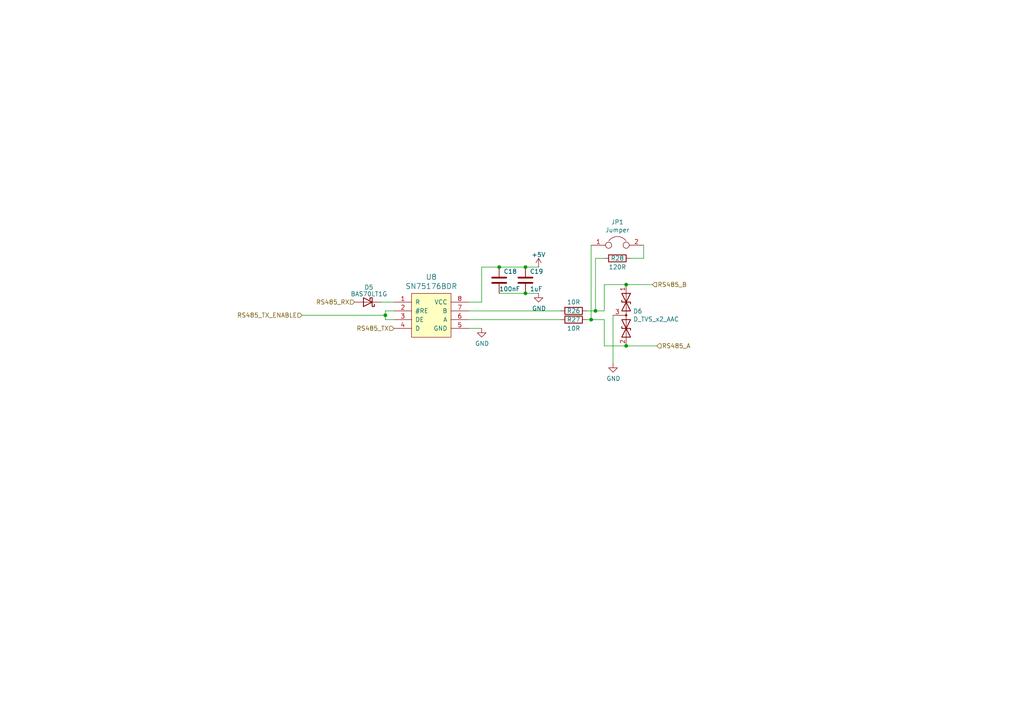
<source format=kicad_sch>
(kicad_sch (version 20231120) (generator "eeschema") (generator_version "8.0")
  (paper "A4")
  (lib_symbols
    (symbol "Communication:SN65HVD78" (pin_names (offset 1.016))
      (property "Reference" "U" (at 0 10.16 0))
      (property "Value" "Communication_SN65HVD78" (at 0 -5.08 0))
      (symbol "SN65HVD78_0_1"
        (rectangle (start -6.35 8.89) (end 5.08 -3.81) (fill (type background)))
      )
      (symbol "SN65HVD78_1_1"
        (pin output line (at -11.43 6.35 0) (length 5.08) (name "R") (number "1"))
        (pin input line (at -11.43 3.81 0) (length 5.08) (name "#RE") (number "2"))
        (pin input line (at -11.43 1.27 0) (length 5.08) (name "DE") (number "3"))
        (pin input line (at -11.43 -1.27 0) (length 5.08) (name "D") (number "4"))
        (pin input line (at 10.16 -1.27 180) (length 5.08) (name "GND") (number "5"))
        (pin input line (at 10.16 1.27 180) (length 5.08) (name "A") (number "6"))
        (pin input line (at 10.16 3.81 180) (length 5.08) (name "B") (number "7"))
        (pin input line (at 10.16 6.35 180) (length 5.08) (name "VCC") (number "8"))
      )
    )
    (symbol "Device:C" (pin_numbers hide) (pin_names (offset 0.254))
      (property "Reference" "C" (at 0.635 2.54 0))
      (property "Value" "C" (at 0.635 -2.54 0))
      (symbol "C_0_1"
        (polyline (pts (xy -2.032 -0.762) (xy 2.032 -0.762)) (stroke (width 0.508)))
        (polyline (pts (xy -2.032 0.762) (xy 2.032 0.762)) (stroke (width 0.508)))
      )
      (symbol "C_1_1"
        (pin passive line (at 0 3.81 270) (length 2.794) (name "~") (number "1"))
        (pin passive line (at 0 -3.81 90) (length 2.794) (name "~") (number "2"))
      )
    )
    (symbol "Device:D_TVS_x2_AAC" (pin_names (offset 1.016) hide)
      (property "Reference" "D" (at 0 4.445 0))
      (property "Value" "Device_D_TVS_x2_AAC" (at 0 2.54 0))
      (symbol "D_TVS_x2_AAC_0_0"
        (polyline (pts (xy 0 -1.27) (xy 0 0)))
      )
      (symbol "D_TVS_x2_AAC_0_1"
        (polyline (pts (xy -6.35 0) (xy 6.35 0)))
        (polyline (pts (xy -3.302 1.27) (xy -3.81 1.27) (xy -3.81 -1.27) (xy -4.318 -1.27)) (stroke (width 0.254)))
        (polyline (pts (xy 4.318 1.27) (xy 3.81 1.27) (xy 3.81 -1.27) (xy 3.302 -1.27)) (stroke (width 0.254)))
        (polyline (pts (xy -6.35 1.27) (xy -1.27 -1.27) (xy -1.27 1.27) (xy -6.35 -1.27) (xy -6.35 1.27)) (stroke (width 0.254)))
        (polyline (pts (xy 6.35 1.27) (xy 1.27 -1.27) (xy 1.27 1.27) (xy 6.35 -1.27) (xy 6.35 1.27)) (stroke (width 0.254)))
        (circle (center 0 0) (radius 0.254) (fill (type outline)))
      )
      (symbol "D_TVS_x2_AAC_1_1"
        (pin passive line (at -8.89 0 0) (length 2.54) (name "A1") (number "1"))
        (pin passive line (at 8.89 0 180) (length 2.54) (name "A2") (number "2"))
        (pin input line (at 0 -3.81 90) (length 2.54) (name "common") (number "3"))
      )
    )
    (symbol "Device:Jumper" (pin_names (offset 0.762) hide)
      (property "Reference" "JP" (at 0 3.81 0))
      (property "Value" "Device_Jumper" (at 0 -2.032 0))
      (symbol "Jumper_0_1"
        (circle (center -2.54 0) (radius 0.889))
        (arc (start 2.5146 1.27) (mid 0.0078 2.5097) (end -2.4892 1.27))
        (circle (center 2.54 0) (radius 0.889))
        (pin passive line (at -7.62 0 0) (length 4.191) (name "1") (number "1"))
        (pin passive line (at 7.62 0 180) (length 4.191) (name "2") (number "2"))
      )
    )
    (symbol "Device:R" (pin_numbers hide) (pin_names (offset 0))
      (property "Reference" "R" (at 2.032 0 90))
      (property "Value" "R" (at 0 0 90))
      (symbol "R_0_1"
        (rectangle (start -1.016 -2.54) (end 1.016 2.54) (stroke (width 0.254)))
      )
      (symbol "R_1_1"
        (pin passive line (at 0 3.81 270) (length 1.27) (name "~") (number "1"))
        (pin passive line (at 0 -3.81 90) (length 1.27) (name "~") (number "2"))
      )
    )
    (symbol "Diode:BAT41" (pin_numbers hide) (pin_names (offset 1.016) hide)
      (property "Reference" "D" (at 0 2.54 0))
      (property "Value" "BAT41" (at 0 -2.54 0))
      (symbol "BAT41_0_1"
        (polyline (pts (xy 1.27 0) (xy -1.27 0)))
        (polyline (pts (xy 1.27 1.27) (xy 1.27 -1.27) (xy -1.27 0) (xy 1.27 1.27)) (stroke (width 0.254)))
        (polyline (pts (xy -1.905 0.635) (xy -1.905 1.27) (xy -1.27 1.27) (xy -1.27 -1.27) (xy -0.635 -1.27) (xy -0.635 -0.635)) (stroke (width 0.254)))
      )
      (symbol "BAT41_1_1"
        (pin passive line (at -3.81 0 0) (length 2.54) (name "K") (number "1"))
        (pin passive line (at 3.81 0 180) (length 2.54) (name "A") (number "2"))
      )
    )
    (symbol "power:+5V" (power) (pin_names (offset 0))
      (property "Value" "+5V" (at 0 3.556 0))
      (symbol "+5V_0_1"
        (polyline (pts (xy -0.762 1.27) (xy 0 2.54)))
        (polyline (pts (xy 0 0) (xy 0 2.54)))
        (polyline (pts (xy 0 2.54) (xy 0.762 1.27)))
      )
      (symbol "+5V_1_1"
        (pin power_in line (at 0 0 90) (length 0) hide (name "+5V") (number "1"))
      )
    )
    (symbol "power:GND" (power) (pin_names (offset 0))
      (property "Value" "GND" (at 0 -3.81 0))
      (symbol "GND_0_1"
        (polyline (pts (xy 0 0) (xy 0 -1.27) (xy 1.27 -1.27) (xy 0 -2.54) (xy -1.27 -1.27) (xy 0 -1.27)))
      )
      (symbol "GND_1_1"
        (pin power_in line (at 0 0 270) (length 0) hide (name "GND") (number "1"))
      )
    )
  )
  (junction (at 111.76 91.44))
  (junction (at 181.61 82.55))
  (junction (at 171.45 92.71))
  (junction (at 181.61 100.33))
  (junction (at 152.4 85.09))
  (junction (at 152.4 77.47))
  (junction (at 172.72 90.17))
  (junction (at 144.78 77.47))
  (wire (pts (xy 175.26 82.55) (xy 181.61 82.55)))
  (wire (pts (xy 144.78 85.09) (xy 152.4 85.09)))
  (wire (pts (xy 170.18 92.71) (xy 171.45 92.71)))
  (wire (pts (xy 152.4 85.09) (xy 156.21 85.09)))
  (wire (pts (xy 110.49 87.63) (xy 114.3 87.63)))
  (wire (pts (xy 152.4 77.47) (xy 156.21 77.47)))
  (wire (pts (xy 114.3 92.71) (xy 111.76 92.71)))
  (wire (pts (xy 171.45 92.71) (xy 175.26 92.71)))
  (wire (pts (xy 87.63 91.44) (xy 111.76 91.44)))
  (wire (pts (xy 175.26 74.93) (xy 172.72 74.93)))
  (wire (pts (xy 135.89 90.17) (xy 162.56 90.17)))
  (wire (pts (xy 170.18 90.17) (xy 172.72 90.17)))
  (wire (pts (xy 111.76 92.71) (xy 111.76 91.44)))
  (wire (pts (xy 135.89 95.25) (xy 139.7 95.25)))
  (wire (pts (xy 177.8 91.44) (xy 177.8 105.41)))
  (wire (pts (xy 144.78 77.47) (xy 152.4 77.47)))
  (wire (pts (xy 186.69 74.93) (xy 186.69 71.12)))
  (wire (pts (xy 172.72 74.93) (xy 172.72 90.17)))
  (wire (pts (xy 111.76 91.44) (xy 111.76 90.17)))
  (wire (pts (xy 181.61 82.55) (xy 189.23 82.55)))
  (wire (pts (xy 111.76 90.17) (xy 114.3 90.17)))
  (wire (pts (xy 182.88 74.93) (xy 186.69 74.93)))
  (wire (pts (xy 181.61 100.33) (xy 190.5 100.33)))
  (wire (pts (xy 135.89 92.71) (xy 162.56 92.71)))
  (wire (pts (xy 172.72 90.17) (xy 175.26 90.17)))
  (wire (pts (xy 175.26 90.17) (xy 175.26 82.55)))
  (wire (pts (xy 175.26 92.71) (xy 175.26 100.33)))
  (wire (pts (xy 135.89 87.63) (xy 139.7 87.63)))
  (wire (pts (xy 175.26 100.33) (xy 181.61 100.33)))
  (wire (pts (xy 139.7 87.63) (xy 139.7 77.47)))
  (wire (pts (xy 139.7 77.47) (xy 144.78 77.47)))
  (wire (pts (xy 171.45 92.71) (xy 171.45 71.12)))
  (hierarchical_label "RS485_B" (shape input) (at 189.23 82.55 0))
  (hierarchical_label "RS485_TX_ENABLE" (shape input) (at 87.63 91.44 180))
  (hierarchical_label "RS485_TX" (shape input) (at 114.3 95.25 180))
  (hierarchical_label "RS485_A" (shape input) (at 190.5 100.33 0))
  (hierarchical_label "RS485_RX" (shape input) (at 102.87 87.63 180))
  (symbol (lib_id "Communication:SN65HVD78") (at 125.73 93.98 0) (unit 1)
    (property "Reference" "U8" (at 125.095 80.3402 0) (effects (font (size 1.524 1.524))))
    (property "Value" "SN75176BDR" (at 125.095 83.0326 0) (effects (font (size 1.524 1.524))))
    (property "Footprint" "Package_SO:SOIC-8_3.9x4.9mm_P1.27mm" (effects (hide yes)))
  )
  (symbol (lib_id "power:GND") (at 139.7 95.25 0) (unit 1)
    (property "Reference" "#PWR056" (effects (hide yes)))
    (property "Value" "GND" (at 139.827 99.6442 0))
  )
  (symbol (lib_id "Device:C") (at 144.78 81.28 0) (unit 1)
    (property "Reference" "C18" (at 146.05 78.74 0) (effects (justify left)))
    (property "Value" "100nF" (at 144.78 83.82 0) (effects (justify left)))
    (property "Footprint" "Capacitor_SMD:C_0805_2012Metric" (effects (hide yes)))
  )
  (symbol (lib_id "Device:C") (at 152.4 81.28 0) (unit 1)
    (property "Reference" "C19" (at 153.67 78.74 0) (effects (justify left)))
    (property "Value" "1uF" (at 153.67 83.82 0) (effects (justify left)))
    (property "Footprint" "Capacitor_SMD:C_0805_2012Metric" (effects (hide yes)))
  )
  (symbol (lib_id "power:GND") (at 156.21 85.09 0) (unit 1)
    (property "Reference" "#PWR058" (effects (hide yes)))
    (property "Value" "GND" (at 156.337 89.4842 0))
  )
  (symbol (lib_id "Device:R") (at 166.37 90.17 270) (unit 1)
    (property "Reference" "R26" (at 166.37 90.17 90))
    (property "Value" "10R" (at 166.37 87.63 90))
    (property "Footprint" "Resistor_SMD:R_0805_2012Metric" (effects (hide yes)))
  )
  (symbol (lib_id "Device:R") (at 166.37 92.71 270) (unit 1)
    (property "Reference" "R27" (at 166.37 92.71 90))
    (property "Value" "10R" (at 166.37 95.25 90))
    (property "Footprint" "Resistor_SMD:R_0805_2012Metric" (effects (hide yes)))
  )
  (symbol (lib_id "Device:D_TVS_x2_AAC") (at 181.61 91.44 270) (unit 1)
    (property "Reference" "D6" (at 183.6166 90.2716 90) (effects (justify left)))
    (property "Value" "D_TVS_x2_AAC" (at 183.6166 92.583 90) (effects (justify left)))
    (property "Footprint" "Package_TO_SOT_SMD:SOT-23" (effects (hide yes)))
  )
  (symbol (lib_id "power:GND") (at 177.8 105.41 0) (unit 1)
    (property "Reference" "#PWR059" (effects (hide yes)))
    (property "Value" "GND" (at 177.927 109.8042 0))
  )
  (symbol (lib_id "Device:Jumper") (at 179.07 71.12 0) (unit 1)
    (property "Reference" "JP1" (at 179.07 64.4144 0))
    (property "Value" "Jumper" (at 179.07 66.7258 0))
    (property "Footprint" "Connector_PinHeader_2.54mm:PinHeader_1x02_P2.54mm_Vertical" (effects (hide yes)))
  )
  (symbol (lib_id "Device:R") (at 179.07 74.93 270) (unit 1)
    (property "Reference" "R28" (at 179.07 74.93 90))
    (property "Value" "120R" (at 179.07 77.47 90))
    (property "Footprint" "Resistor_SMD:R_1210_3225Metric" (effects (hide yes)))
  )
  (symbol (lib_id "Diode:BAT41") (at 106.68 87.63 180) (unit 1)
    (property "Reference" "D5" (at 106.9975 83.3501 0))
    (property "Value" "BAS70LT1G" (at 106.9975 85.2711 0))
    (property "Footprint" "Package_TO_SOT_SMD:SOT-23" (effects (hide yes)))
    (property "Datasheet" "http://www.vishay.com/docs/85659/bat41.pdf" (effects (hide yes)))
  )
  (symbol (lib_id "power:+5V") (at 156.21 77.47 0) (unit 1)
    (property "Reference" "#PWR057" (effects (hide yes)))
    (property "Value" "+5V" (at 156.21 73.8942 0))
  )
)
</source>
